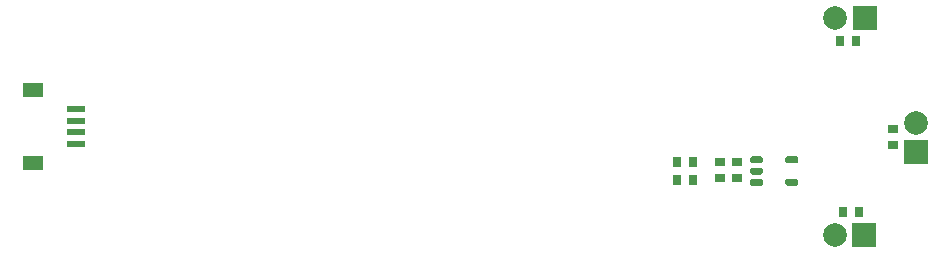
<source format=gbr>
%TF.GenerationSoftware,KiCad,Pcbnew,(5.1.10)-1*%
%TF.CreationDate,2021-08-06T14:31:04-07:00*%
%TF.ProjectId,main_board,6d61696e-5f62-46f6-9172-642e6b696361,rev?*%
%TF.SameCoordinates,Original*%
%TF.FileFunction,Paste,Bot*%
%TF.FilePolarity,Positive*%
%FSLAX46Y46*%
G04 Gerber Fmt 4.6, Leading zero omitted, Abs format (unit mm)*
G04 Created by KiCad (PCBNEW (5.1.10)-1) date 2021-08-06 14:31:04*
%MOMM*%
%LPD*%
G01*
G04 APERTURE LIST*
%ADD10R,1.800000X1.200000*%
%ADD11R,1.550000X0.600000*%
%ADD12R,0.900000X0.725000*%
%ADD13R,0.725000X0.900000*%
%ADD14C,2.000000*%
%ADD15R,2.000000X2.000000*%
G04 APERTURE END LIST*
D10*
%TO.C,J1*%
X56001100Y-86185300D03*
X56001100Y-79985300D03*
D11*
X59601100Y-81585300D03*
X59601100Y-82585300D03*
X59601100Y-83585300D03*
X59601100Y-84585300D03*
%TD*%
%TO.C,U4*%
G36*
G01*
X119680900Y-86070500D02*
X119680900Y-85770500D01*
G75*
G02*
X119830900Y-85620500I150000J0D01*
G01*
X120630900Y-85620500D01*
G75*
G02*
X120780900Y-85770500I0J-150000D01*
G01*
X120780900Y-86070500D01*
G75*
G02*
X120630900Y-86220500I-150000J0D01*
G01*
X119830900Y-86220500D01*
G75*
G02*
X119680900Y-86070500I0J150000D01*
G01*
G37*
G36*
G01*
X116680900Y-86070500D02*
X116680900Y-85770500D01*
G75*
G02*
X116830900Y-85620500I150000J0D01*
G01*
X117630900Y-85620500D01*
G75*
G02*
X117780900Y-85770500I0J-150000D01*
G01*
X117780900Y-86070500D01*
G75*
G02*
X117630900Y-86220500I-150000J0D01*
G01*
X116830900Y-86220500D01*
G75*
G02*
X116680900Y-86070500I0J150000D01*
G01*
G37*
G36*
G01*
X116680900Y-87020500D02*
X116680900Y-86720500D01*
G75*
G02*
X116830900Y-86570500I150000J0D01*
G01*
X117630900Y-86570500D01*
G75*
G02*
X117780900Y-86720500I0J-150000D01*
G01*
X117780900Y-87020500D01*
G75*
G02*
X117630900Y-87170500I-150000J0D01*
G01*
X116830900Y-87170500D01*
G75*
G02*
X116680900Y-87020500I0J150000D01*
G01*
G37*
G36*
G01*
X119680900Y-87970500D02*
X119680900Y-87670500D01*
G75*
G02*
X119830900Y-87520500I150000J0D01*
G01*
X120630900Y-87520500D01*
G75*
G02*
X120780900Y-87670500I0J-150000D01*
G01*
X120780900Y-87970500D01*
G75*
G02*
X120630900Y-88120500I-150000J0D01*
G01*
X119830900Y-88120500D01*
G75*
G02*
X119680900Y-87970500I0J150000D01*
G01*
G37*
G36*
G01*
X116680900Y-87970500D02*
X116680900Y-87670500D01*
G75*
G02*
X116830900Y-87520500I150000J0D01*
G01*
X117630900Y-87520500D01*
G75*
G02*
X117780900Y-87670500I0J-150000D01*
G01*
X117780900Y-87970500D01*
G75*
G02*
X117630900Y-88120500I-150000J0D01*
G01*
X116830900Y-88120500D01*
G75*
G02*
X116680900Y-87970500I0J150000D01*
G01*
G37*
%TD*%
D12*
%TO.C,R8*%
X115544600Y-87452200D03*
X115544600Y-86077200D03*
%TD*%
D13*
%TO.C,R7*%
X125949300Y-90297000D03*
X124574300Y-90297000D03*
%TD*%
D12*
%TO.C,R5*%
X128778000Y-84696300D03*
X128778000Y-83321300D03*
%TD*%
D13*
%TO.C,R4*%
X125644500Y-75831700D03*
X124269500Y-75831700D03*
%TD*%
%TO.C,R2*%
X110502700Y-86080600D03*
X111877700Y-86080600D03*
%TD*%
%TO.C,R1*%
X111848900Y-87655400D03*
X110473900Y-87655400D03*
%TD*%
D12*
%TO.C,C3*%
X114147600Y-87452200D03*
X114147600Y-86077200D03*
%TD*%
D14*
%TO.C,BZ3*%
X123855600Y-92290900D03*
D15*
X126355600Y-92290900D03*
%TD*%
%TO.C,BZ2*%
X130708400Y-85253200D03*
D14*
X130708400Y-82753200D03*
%TD*%
%TO.C,BZ1*%
X123890400Y-73914000D03*
D15*
X126390400Y-73914000D03*
%TD*%
M02*

</source>
